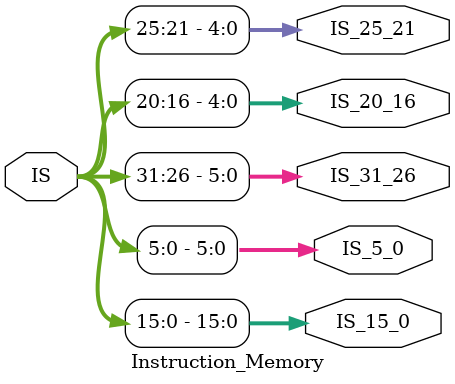
<source format=v>
module Instruction_Memory(IS , IS_5_0 , IS_15_0 , IS_20_16 , IS_25_21 , IS_31_26);
	input [31:0] IS;
	output [15:0] IS_15_0;
	output [5:0] IS_5_0,IS_31_26;
	output [4:0] IS_20_16,IS_25_21;
	
	assign  IS_15_0 = IS[15:0];
	assign  IS_5_0 = IS[5:0];
	assign  IS_20_16 = IS[20:16];
	assign  IS_25_21 = IS[25:21];
	assign  IS_31_26 = IS[31:26];
	
endmodule

</source>
